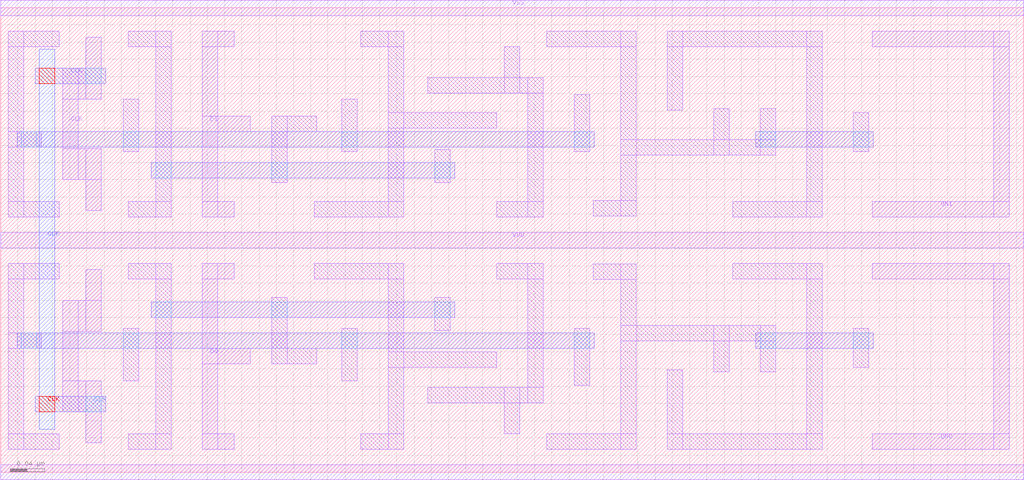
<source format=lef>
VERSION 5.8 ;
BUSBITCHARS "[]" ;
DIVIDERCHAR "/" ;

SITE asap7sc7p5t_pg
 CLASS CORE ;
 SIZE 0.054 BY 0.540 ;
 SYMMETRY X Y ;
END asap7sc7p5t_pg

MACRO DFFHQNV2Xx1_ASAP7_75t_L_bottom
  CLASS CORE ;
  ORIGIN 0 0 ;
  FOREIGN DFFHQNV2Xx1_ASAP7_75t_L_bottom 0 0 ;
  SIZE 1.08 BY 0.54 ;
  SYMMETRY X Y ;
  SITE asap7sc7p5t_pg ;
  PIN D0
    DIRECTION INPUT ;
    USE SIGNAL ;
    PORT
      LAYER M1 ;
        RECT 0.234 0.126 0.29 0.144 ;
        RECT 0.234 0.225 0.271 0.243 ;
        RECT 0.234 0.027 0.271 0.045 ;
        RECT 0.234 0.027 0.252 0.243 ;
    END
  END D0
  PIN D1
    DIRECTION INPUT ;
    USE SIGNAL ;
    PORT
      LAYER M1 ;
        RECT 0.234 0.396 0.29 0.414 ;
        RECT 0.234 0.495 0.271 0.513 ;
        RECT 0.234 0.297 0.271 0.315 ;
        RECT 0.234 0.297 0.252 0.513 ;
    END
  END D1
  PIN QN0
    DIRECTION OUTPUT ;
    USE SIGNAL ;
    PORT
      LAYER M1 ;
        RECT 1.012 0.225 1.062 0.243 ;
        RECT 1.044 0.027 1.062 0.243 ;
        RECT 1.012 0.027 1.062 0.045 ;
    END
  END QN0
  PIN QN1
    DIRECTION OUTPUT ;
    USE SIGNAL ;
    PORT
      LAYER M1 ;
        RECT 1.012 0.495 1.062 0.513 ;
        RECT 1.044 0.297 1.062 0.513 ;
        RECT 1.012 0.297 1.062 0.315 ;
    END
  END QN1
  PIN VDD
    DIRECTION INOUT ;
    USE POWER ;
    SHAPE ABUTMENT ;
    PORT
      LAYER M1 ;
        RECT 0 0.261 1.08 0.279 ;
    END
  END VDD
  PIN VSS
    DIRECTION INOUT ;
    USE GROUND ;
    SHAPE ABUTMENT ;
    PORT
      LAYER M1 ;
        RECT 0 -0.009 1.08 0.009 ;
        RECT 0 0.531 1.08 0.549 ;
    END
  END VSS
  PIN CLK
    DIRECTION INPUT ;
    USE CLOCK ;
    PORT
      LAYER M2 ;
        RECT 0.04 0.07 0.122 0.088 ;
        RECT 0.04 0.452 0.122 0.47 ;
      LAYER M3 ;
        RECT 0.045 0.05 0.063 0.492 ;
      LAYER M1 ;
        RECT 0.099 0.164 0.117 0.236 ;
        RECT 0.072 0.07 0.117 0.106 ;
        RECT 0.099 0.034 0.117 0.106 ;
        RECT 0.072 0.164 0.117 0.2 ;
        RECT 0.072 0.07 0.09 0.2 ;
        RECT 0.099 0.434 0.117 0.506 ;
        RECT 0.072 0.34 0.117 0.376 ;
        RECT 0.099 0.304 0.117 0.376 ;
        RECT 0.072 0.434 0.117 0.47 ;
        RECT 0.072 0.34 0.09 0.47 ;
      LAYER V2 ;
        RECT 0.045 0.452 0.063 0.47 ;
        RECT 0.045 0.07 0.063 0.088 ;
      LAYER V1 ;
        RECT 0.099 0.452 0.117 0.47 ;
        RECT 0.099 0.07 0.117 0.088 ;
    END
  END CLK
  OBS
    LAYER M1 ;
      RECT 0.85 0.225 0.954 0.243 ;
      RECT 0.936 0.027 0.954 0.243 ;
      RECT 0.774 0.027 0.792 0.119 ;
      RECT 0.774 0.027 0.954 0.045 ;
      RECT 0.774 0.495 0.954 0.513 ;
      RECT 0.936 0.297 0.954 0.513 ;
      RECT 0.774 0.421 0.792 0.513 ;
      RECT 0.85 0.297 0.954 0.315 ;
      RECT 0.688 0.224 0.738 0.242 ;
      RECT 0.72 0.027 0.738 0.242 ;
      RECT 0.72 0.153 0.9 0.171 ;
      RECT 0.882 0.117 0.9 0.171 ;
      RECT 0.828 0.117 0.846 0.171 ;
      RECT 0.634 0.027 0.738 0.045 ;
      RECT 0.634 0.495 0.738 0.513 ;
      RECT 0.72 0.298 0.738 0.513 ;
      RECT 0.882 0.369 0.9 0.423 ;
      RECT 0.828 0.369 0.846 0.423 ;
      RECT 0.72 0.369 0.9 0.387 ;
      RECT 0.688 0.298 0.738 0.316 ;
      RECT 0.576 0.225 0.63 0.243 ;
      RECT 0.612 0.081 0.63 0.243 ;
      RECT 0.496 0.081 0.63 0.099 ;
      RECT 0.585 0.045 0.603 0.099 ;
      RECT 0.585 0.441 0.603 0.495 ;
      RECT 0.496 0.441 0.63 0.459 ;
      RECT 0.612 0.297 0.63 0.459 ;
      RECT 0.576 0.297 0.63 0.315 ;
      RECT 0.364 0.225 0.468 0.243 ;
      RECT 0.45 0.027 0.468 0.243 ;
      RECT 0.45 0.122 0.576 0.14 ;
      RECT 0.418 0.027 0.468 0.045 ;
      RECT 0.418 0.495 0.468 0.513 ;
      RECT 0.45 0.297 0.468 0.513 ;
      RECT 0.45 0.4 0.576 0.418 ;
      RECT 0.364 0.297 0.468 0.315 ;
      RECT 0.315 0.126 0.333 0.203 ;
      RECT 0.315 0.126 0.367 0.144 ;
      RECT 0.315 0.396 0.367 0.414 ;
      RECT 0.315 0.337 0.333 0.414 ;
      RECT 0.148 0.225 0.198 0.243 ;
      RECT 0.18 0.027 0.198 0.243 ;
      RECT 0.148 0.027 0.198 0.045 ;
      RECT 0.148 0.495 0.198 0.513 ;
      RECT 0.18 0.297 0.198 0.513 ;
      RECT 0.148 0.297 0.198 0.315 ;
      RECT 0.009 0.225 0.068 0.243 ;
      RECT 0.009 0.027 0.027 0.243 ;
      RECT 0.009 0.144 0.047 0.162 ;
      RECT 0.009 0.027 0.068 0.045 ;
      RECT 0.009 0.495 0.068 0.513 ;
      RECT 0.009 0.297 0.027 0.513 ;
      RECT 0.009 0.378 0.047 0.396 ;
      RECT 0.009 0.297 0.068 0.315 ;
      RECT 0.99 0.09 1.008 0.167 ;
      RECT 0.99 0.373 1.008 0.45 ;
      RECT 0.666 0.101 0.684 0.167 ;
      RECT 0.666 0.373 0.684 0.439 ;
      RECT 0.504 0.165 0.522 0.203 ;
      RECT 0.504 0.337 0.522 0.375 ;
      RECT 0.396 0.106 0.414 0.167 ;
      RECT 0.396 0.373 0.414 0.434 ;
      RECT 0.142 0.106 0.16 0.167 ;
      RECT 0.142 0.373 0.16 0.434 ;
    LAYER M2 ;
      RECT 0.877 0.144 1.013 0.162 ;
      RECT 0.877 0.378 1.013 0.396 ;
      RECT 0.019 0.144 0.689 0.162 ;
      RECT 0.019 0.378 0.689 0.396 ;
      RECT 0.175 0.18 0.527 0.198 ;
      RECT 0.175 0.342 0.527 0.36 ;
    LAYER V1 ;
      RECT 0.99 0.144 1.008 0.162 ;
      RECT 0.99 0.378 1.008 0.396 ;
      RECT 0.882 0.144 0.9 0.162 ;
      RECT 0.882 0.378 0.9 0.396 ;
      RECT 0.666 0.144 0.684 0.162 ;
      RECT 0.666 0.378 0.684 0.396 ;
      RECT 0.504 0.18 0.522 0.198 ;
      RECT 0.504 0.342 0.522 0.36 ;
      RECT 0.396 0.144 0.414 0.162 ;
      RECT 0.396 0.378 0.414 0.396 ;
      RECT 0.315 0.18 0.333 0.198 ;
      RECT 0.315 0.342 0.333 0.36 ;
      RECT 0.18 0.18 0.198 0.198 ;
      RECT 0.18 0.342 0.198 0.36 ;
      RECT 0.142 0.144 0.16 0.162 ;
      RECT 0.142 0.378 0.16 0.396 ;
      RECT 0.024 0.144 0.042 0.162 ;
      RECT 0.024 0.378 0.042 0.396 ;
  END
END DFFHQNV2Xx1_ASAP7_75t_L_bottom

MACRO DFFHQNV2Xx1_ASAP7_75t_R_bottom
  CLASS CORE ;
  ORIGIN 0 0 ;
  FOREIGN DFFHQNV2Xx1_ASAP7_75t_R_bottom 0 0 ;
  SIZE 1.08 BY 0.54 ;
  SYMMETRY X Y ;
  SITE asap7sc7p5t_pg ;
  PIN D0
    DIRECTION INPUT ;
    USE SIGNAL ;
    PORT
      LAYER M1 ;
        RECT 0.234 0.126 0.29 0.144 ;
        RECT 0.234 0.225 0.271 0.243 ;
        RECT 0.234 0.027 0.271 0.045 ;
        RECT 0.234 0.027 0.252 0.243 ;
    END
  END D0
  PIN D1
    DIRECTION INPUT ;
    USE SIGNAL ;
    PORT
      LAYER M1 ;
        RECT 0.234 0.396 0.29 0.414 ;
        RECT 0.234 0.495 0.271 0.513 ;
        RECT 0.234 0.297 0.271 0.315 ;
        RECT 0.234 0.297 0.252 0.513 ;
    END
  END D1
  PIN QN0
    DIRECTION OUTPUT ;
    USE SIGNAL ;
    PORT
      LAYER M1 ;
        RECT 1.012 0.225 1.062 0.243 ;
        RECT 1.044 0.027 1.062 0.243 ;
        RECT 1.012 0.027 1.062 0.045 ;
    END
  END QN0
  PIN QN1
    DIRECTION OUTPUT ;
    USE SIGNAL ;
    PORT
      LAYER M1 ;
        RECT 1.012 0.495 1.062 0.513 ;
        RECT 1.044 0.297 1.062 0.513 ;
        RECT 1.012 0.297 1.062 0.315 ;
    END
  END QN1
  PIN VDD
    DIRECTION INOUT ;
    USE POWER ;
    SHAPE ABUTMENT ;
    PORT
      LAYER M1 ;
        RECT 0 0.261 1.08 0.279 ;
    END
  END VDD
  PIN VSS
    DIRECTION INOUT ;
    USE GROUND ;
    SHAPE ABUTMENT ;
    PORT
      LAYER M1 ;
        RECT 0 -0.009 1.08 0.009 ;
        RECT 0 0.531 1.08 0.549 ;
    END
  END VSS
  PIN CLK
    DIRECTION INPUT ;
    USE CLOCK ;
    PORT
      LAYER M2 ;
        RECT 0.04 0.07 0.122 0.088 ;
        RECT 0.04 0.452 0.122 0.47 ;
      LAYER M3 ;
        RECT 0.045 0.05 0.063 0.492 ;
      LAYER M1 ;
        RECT 0.099 0.164 0.117 0.236 ;
        RECT 0.072 0.07 0.117 0.106 ;
        RECT 0.099 0.034 0.117 0.106 ;
        RECT 0.072 0.164 0.117 0.2 ;
        RECT 0.072 0.07 0.09 0.2 ;
        RECT 0.099 0.434 0.117 0.506 ;
        RECT 0.072 0.34 0.117 0.376 ;
        RECT 0.099 0.304 0.117 0.376 ;
        RECT 0.072 0.434 0.117 0.47 ;
        RECT 0.072 0.34 0.09 0.47 ;
      LAYER V2 ;
        RECT 0.045 0.452 0.063 0.47 ;
        RECT 0.045 0.07 0.063 0.088 ;
      LAYER V1 ;
        RECT 0.099 0.452 0.117 0.47 ;
        RECT 0.099 0.07 0.117 0.088 ;
    END
  END CLK
  OBS
    LAYER M1 ;
      RECT 0.85 0.225 0.954 0.243 ;
      RECT 0.936 0.027 0.954 0.243 ;
      RECT 0.774 0.027 0.792 0.119 ;
      RECT 0.774 0.027 0.954 0.045 ;
      RECT 0.774 0.495 0.954 0.513 ;
      RECT 0.936 0.297 0.954 0.513 ;
      RECT 0.774 0.421 0.792 0.513 ;
      RECT 0.85 0.297 0.954 0.315 ;
      RECT 0.688 0.224 0.738 0.242 ;
      RECT 0.72 0.027 0.738 0.242 ;
      RECT 0.72 0.153 0.9 0.171 ;
      RECT 0.882 0.117 0.9 0.171 ;
      RECT 0.828 0.117 0.846 0.171 ;
      RECT 0.634 0.027 0.738 0.045 ;
      RECT 0.634 0.495 0.738 0.513 ;
      RECT 0.72 0.298 0.738 0.513 ;
      RECT 0.882 0.369 0.9 0.423 ;
      RECT 0.828 0.369 0.846 0.423 ;
      RECT 0.72 0.369 0.9 0.387 ;
      RECT 0.688 0.298 0.738 0.316 ;
      RECT 0.576 0.225 0.63 0.243 ;
      RECT 0.612 0.081 0.63 0.243 ;
      RECT 0.496 0.081 0.63 0.099 ;
      RECT 0.585 0.045 0.603 0.099 ;
      RECT 0.585 0.441 0.603 0.495 ;
      RECT 0.496 0.441 0.63 0.459 ;
      RECT 0.612 0.297 0.63 0.459 ;
      RECT 0.576 0.297 0.63 0.315 ;
      RECT 0.364 0.225 0.468 0.243 ;
      RECT 0.45 0.027 0.468 0.243 ;
      RECT 0.45 0.122 0.576 0.14 ;
      RECT 0.418 0.027 0.468 0.045 ;
      RECT 0.418 0.495 0.468 0.513 ;
      RECT 0.45 0.297 0.468 0.513 ;
      RECT 0.45 0.4 0.576 0.418 ;
      RECT 0.364 0.297 0.468 0.315 ;
      RECT 0.315 0.126 0.333 0.203 ;
      RECT 0.315 0.126 0.367 0.144 ;
      RECT 0.315 0.396 0.367 0.414 ;
      RECT 0.315 0.337 0.333 0.414 ;
      RECT 0.148 0.225 0.198 0.243 ;
      RECT 0.18 0.027 0.198 0.243 ;
      RECT 0.148 0.027 0.198 0.045 ;
      RECT 0.148 0.495 0.198 0.513 ;
      RECT 0.18 0.297 0.198 0.513 ;
      RECT 0.148 0.297 0.198 0.315 ;
      RECT 0.009 0.225 0.068 0.243 ;
      RECT 0.009 0.027 0.027 0.243 ;
      RECT 0.009 0.144 0.047 0.162 ;
      RECT 0.009 0.027 0.068 0.045 ;
      RECT 0.009 0.495 0.068 0.513 ;
      RECT 0.009 0.297 0.027 0.513 ;
      RECT 0.009 0.378 0.047 0.396 ;
      RECT 0.009 0.297 0.068 0.315 ;
      RECT 0.99 0.09 1.008 0.167 ;
      RECT 0.99 0.373 1.008 0.45 ;
      RECT 0.666 0.101 0.684 0.167 ;
      RECT 0.666 0.373 0.684 0.439 ;
      RECT 0.504 0.165 0.522 0.203 ;
      RECT 0.504 0.337 0.522 0.375 ;
      RECT 0.396 0.106 0.414 0.167 ;
      RECT 0.396 0.373 0.414 0.434 ;
      RECT 0.142 0.106 0.16 0.167 ;
      RECT 0.142 0.373 0.16 0.434 ;
    LAYER M2 ;
      RECT 0.877 0.144 1.013 0.162 ;
      RECT 0.877 0.378 1.013 0.396 ;
      RECT 0.019 0.144 0.689 0.162 ;
      RECT 0.019 0.378 0.689 0.396 ;
      RECT 0.175 0.18 0.527 0.198 ;
      RECT 0.175 0.342 0.527 0.36 ;
    LAYER V1 ;
      RECT 0.99 0.144 1.008 0.162 ;
      RECT 0.99 0.378 1.008 0.396 ;
      RECT 0.882 0.144 0.9 0.162 ;
      RECT 0.882 0.378 0.9 0.396 ;
      RECT 0.666 0.144 0.684 0.162 ;
      RECT 0.666 0.378 0.684 0.396 ;
      RECT 0.504 0.18 0.522 0.198 ;
      RECT 0.504 0.342 0.522 0.36 ;
      RECT 0.396 0.144 0.414 0.162 ;
      RECT 0.396 0.378 0.414 0.396 ;
      RECT 0.315 0.18 0.333 0.198 ;
      RECT 0.315 0.342 0.333 0.36 ;
      RECT 0.18 0.18 0.198 0.198 ;
      RECT 0.18 0.342 0.198 0.36 ;
      RECT 0.142 0.144 0.16 0.162 ;
      RECT 0.142 0.378 0.16 0.396 ;
      RECT 0.024 0.144 0.042 0.162 ;
      RECT 0.024 0.378 0.042 0.396 ;
  END
END DFFHQNV2Xx1_ASAP7_75t_R_bottom

MACRO DFFHQNV2Xx1_ASAP7_75t_SL_bottom
  CLASS CORE ;
  ORIGIN 0 0 ;
  FOREIGN DFFHQNV2Xx1_ASAP7_75t_SL_bottom 0 0 ;
  SIZE 1.08 BY 0.54 ;
  SYMMETRY X Y ;
  SITE asap7sc7p5t_pg ;
  PIN D0
    DIRECTION INPUT ;
    USE SIGNAL ;
    PORT
      LAYER M1 ;
        RECT 0.234 0.126 0.29 0.144 ;
        RECT 0.234 0.225 0.271 0.243 ;
        RECT 0.234 0.027 0.271 0.045 ;
        RECT 0.234 0.027 0.252 0.243 ;
    END
  END D0
  PIN D1
    DIRECTION INPUT ;
    USE SIGNAL ;
    PORT
      LAYER M1 ;
        RECT 0.234 0.396 0.29 0.414 ;
        RECT 0.234 0.495 0.271 0.513 ;
        RECT 0.234 0.297 0.271 0.315 ;
        RECT 0.234 0.297 0.252 0.513 ;
    END
  END D1
  PIN QN0
    DIRECTION OUTPUT ;
    USE SIGNAL ;
    PORT
      LAYER M1 ;
        RECT 1.012 0.225 1.062 0.243 ;
        RECT 1.044 0.027 1.062 0.243 ;
        RECT 1.012 0.027 1.062 0.045 ;
    END
  END QN0
  PIN QN1
    DIRECTION OUTPUT ;
    USE SIGNAL ;
    PORT
      LAYER M1 ;
        RECT 1.012 0.495 1.062 0.513 ;
        RECT 1.044 0.297 1.062 0.513 ;
        RECT 1.012 0.297 1.062 0.315 ;
    END
  END QN1
  PIN VDD
    DIRECTION INOUT ;
    USE POWER ;
    SHAPE ABUTMENT ;
    PORT
      LAYER M1 ;
        RECT 0 0.261 1.08 0.279 ;
    END
  END VDD
  PIN VSS
    DIRECTION INOUT ;
    USE GROUND ;
    SHAPE ABUTMENT ;
    PORT
      LAYER M1 ;
        RECT 0 -0.009 1.08 0.009 ;
        RECT 0 0.531 1.08 0.549 ;
    END
  END VSS
  PIN CLK
    DIRECTION INPUT ;
    USE CLOCK ;
    PORT
      LAYER M2 ;
        RECT 0.04 0.07 0.122 0.088 ;
        RECT 0.04 0.452 0.122 0.47 ;
      LAYER M3 ;
        RECT 0.045 0.05 0.063 0.492 ;
      LAYER M1 ;
        RECT 0.099 0.164 0.117 0.236 ;
        RECT 0.072 0.07 0.117 0.106 ;
        RECT 0.099 0.034 0.117 0.106 ;
        RECT 0.072 0.164 0.117 0.2 ;
        RECT 0.072 0.07 0.09 0.2 ;
        RECT 0.099 0.434 0.117 0.506 ;
        RECT 0.072 0.34 0.117 0.376 ;
        RECT 0.099 0.304 0.117 0.376 ;
        RECT 0.072 0.434 0.117 0.47 ;
        RECT 0.072 0.34 0.09 0.47 ;
      LAYER V2 ;
        RECT 0.045 0.452 0.063 0.47 ;
        RECT 0.045 0.07 0.063 0.088 ;
      LAYER V1 ;
        RECT 0.099 0.452 0.117 0.47 ;
        RECT 0.099 0.07 0.117 0.088 ;
    END
  END CLK
  OBS
    LAYER M1 ;
      RECT 0.85 0.225 0.954 0.243 ;
      RECT 0.936 0.027 0.954 0.243 ;
      RECT 0.774 0.027 0.792 0.119 ;
      RECT 0.774 0.027 0.954 0.045 ;
      RECT 0.774 0.495 0.954 0.513 ;
      RECT 0.936 0.297 0.954 0.513 ;
      RECT 0.774 0.421 0.792 0.513 ;
      RECT 0.85 0.297 0.954 0.315 ;
      RECT 0.688 0.224 0.738 0.242 ;
      RECT 0.72 0.027 0.738 0.242 ;
      RECT 0.72 0.153 0.9 0.171 ;
      RECT 0.882 0.117 0.9 0.171 ;
      RECT 0.828 0.117 0.846 0.171 ;
      RECT 0.634 0.027 0.738 0.045 ;
      RECT 0.634 0.495 0.738 0.513 ;
      RECT 0.72 0.298 0.738 0.513 ;
      RECT 0.882 0.369 0.9 0.423 ;
      RECT 0.828 0.369 0.846 0.423 ;
      RECT 0.72 0.369 0.9 0.387 ;
      RECT 0.688 0.298 0.738 0.316 ;
      RECT 0.576 0.225 0.63 0.243 ;
      RECT 0.612 0.081 0.63 0.243 ;
      RECT 0.496 0.081 0.63 0.099 ;
      RECT 0.585 0.045 0.603 0.099 ;
      RECT 0.585 0.441 0.603 0.495 ;
      RECT 0.496 0.441 0.63 0.459 ;
      RECT 0.612 0.297 0.63 0.459 ;
      RECT 0.576 0.297 0.63 0.315 ;
      RECT 0.364 0.225 0.468 0.243 ;
      RECT 0.45 0.027 0.468 0.243 ;
      RECT 0.45 0.122 0.576 0.14 ;
      RECT 0.418 0.027 0.468 0.045 ;
      RECT 0.418 0.495 0.468 0.513 ;
      RECT 0.45 0.297 0.468 0.513 ;
      RECT 0.45 0.4 0.576 0.418 ;
      RECT 0.364 0.297 0.468 0.315 ;
      RECT 0.315 0.126 0.333 0.203 ;
      RECT 0.315 0.126 0.367 0.144 ;
      RECT 0.315 0.396 0.367 0.414 ;
      RECT 0.315 0.337 0.333 0.414 ;
      RECT 0.148 0.225 0.198 0.243 ;
      RECT 0.18 0.027 0.198 0.243 ;
      RECT 0.148 0.027 0.198 0.045 ;
      RECT 0.148 0.495 0.198 0.513 ;
      RECT 0.18 0.297 0.198 0.513 ;
      RECT 0.148 0.297 0.198 0.315 ;
      RECT 0.009 0.225 0.068 0.243 ;
      RECT 0.009 0.027 0.027 0.243 ;
      RECT 0.009 0.144 0.047 0.162 ;
      RECT 0.009 0.027 0.068 0.045 ;
      RECT 0.009 0.495 0.068 0.513 ;
      RECT 0.009 0.297 0.027 0.513 ;
      RECT 0.009 0.378 0.047 0.396 ;
      RECT 0.009 0.297 0.068 0.315 ;
      RECT 0.99 0.09 1.008 0.167 ;
      RECT 0.99 0.373 1.008 0.45 ;
      RECT 0.666 0.101 0.684 0.167 ;
      RECT 0.666 0.373 0.684 0.439 ;
      RECT 0.504 0.165 0.522 0.203 ;
      RECT 0.504 0.337 0.522 0.375 ;
      RECT 0.396 0.106 0.414 0.167 ;
      RECT 0.396 0.373 0.414 0.434 ;
      RECT 0.142 0.106 0.16 0.167 ;
      RECT 0.142 0.373 0.16 0.434 ;
    LAYER M2 ;
      RECT 0.877 0.144 1.013 0.162 ;
      RECT 0.877 0.378 1.013 0.396 ;
      RECT 0.019 0.144 0.689 0.162 ;
      RECT 0.019 0.378 0.689 0.396 ;
      RECT 0.175 0.18 0.527 0.198 ;
      RECT 0.175 0.342 0.527 0.36 ;
    LAYER V1 ;
      RECT 0.99 0.144 1.008 0.162 ;
      RECT 0.99 0.378 1.008 0.396 ;
      RECT 0.882 0.144 0.9 0.162 ;
      RECT 0.882 0.378 0.9 0.396 ;
      RECT 0.666 0.144 0.684 0.162 ;
      RECT 0.666 0.378 0.684 0.396 ;
      RECT 0.504 0.18 0.522 0.198 ;
      RECT 0.504 0.342 0.522 0.36 ;
      RECT 0.396 0.144 0.414 0.162 ;
      RECT 0.396 0.378 0.414 0.396 ;
      RECT 0.315 0.18 0.333 0.198 ;
      RECT 0.315 0.342 0.333 0.36 ;
      RECT 0.18 0.18 0.198 0.198 ;
      RECT 0.18 0.342 0.198 0.36 ;
      RECT 0.142 0.144 0.16 0.162 ;
      RECT 0.142 0.378 0.16 0.396 ;
      RECT 0.024 0.144 0.042 0.162 ;
      RECT 0.024 0.378 0.042 0.396 ;
  END
END DFFHQNV2Xx1_ASAP7_75t_SL_bottom

MACRO DFFHQNV2Xx2_ASAP7_75t_L_bottom
  CLASS CORE ;
  ORIGIN 0 0 ;
  FOREIGN DFFHQNV2Xx2_ASAP7_75t_L_bottom 0 0 ;
  SIZE 1.134 BY 0.54 ;
  SYMMETRY X Y ;
  SITE asap7sc7p5t_pg ;
  PIN D0
    DIRECTION INPUT ;
    USE SIGNAL ;
    PORT
      LAYER M1 ;
        RECT 0.234 0.126 0.29 0.144 ;
        RECT 0.234 0.225 0.271 0.243 ;
        RECT 0.234 0.027 0.271 0.045 ;
        RECT 0.234 0.027 0.252 0.243 ;
    END
  END D0
  PIN D1
    DIRECTION INPUT ;
    USE SIGNAL ;
    PORT
      LAYER M1 ;
        RECT 0.234 0.396 0.29 0.414 ;
        RECT 0.234 0.495 0.271 0.513 ;
        RECT 0.234 0.297 0.271 0.315 ;
        RECT 0.234 0.297 0.252 0.513 ;
    END
  END D1
  PIN QN0
    DIRECTION OUTPUT ;
    USE SIGNAL ;
    PORT
      LAYER M1 ;
        RECT 1.012 0.216 1.117 0.234 ;
        RECT 1.099 0.036 1.117 0.234 ;
        RECT 1.012 0.036 1.117 0.054 ;
    END
  END QN0
  PIN QN1
    DIRECTION OUTPUT ;
    USE SIGNAL ;
    PORT
      LAYER M1 ;
        RECT 1.012 0.486 1.117 0.504 ;
        RECT 1.099 0.306 1.117 0.504 ;
        RECT 1.012 0.306 1.117 0.324 ;
    END
  END QN1
  PIN VDD
    DIRECTION INOUT ;
    USE POWER ;
    SHAPE ABUTMENT ;
    PORT
      LAYER M1 ;
        RECT 0 0.261 1.134 0.279 ;
    END
  END VDD
  PIN VSS
    DIRECTION INOUT ;
    USE GROUND ;
    SHAPE ABUTMENT ;
    PORT
      LAYER M1 ;
        RECT 0 -0.009 1.134 0.009 ;
        RECT 0 0.531 1.134 0.549 ;
    END
  END VSS
  PIN CLK
    DIRECTION INPUT ;
    USE CLOCK ;
    PORT
      LAYER M2 ;
        RECT 0.04 0.07 0.122 0.088 ;
        RECT 0.04 0.452 0.122 0.47 ;
      LAYER M3 ;
        RECT 0.045 0.05 0.063 0.492 ;
      LAYER M1 ;
        RECT 0.099 0.164 0.117 0.236 ;
        RECT 0.072 0.07 0.117 0.106 ;
        RECT 0.099 0.034 0.117 0.106 ;
        RECT 0.072 0.164 0.117 0.2 ;
        RECT 0.072 0.07 0.09 0.2 ;
        RECT 0.099 0.434 0.117 0.506 ;
        RECT 0.072 0.34 0.117 0.376 ;
        RECT 0.099 0.304 0.117 0.376 ;
        RECT 0.072 0.434 0.117 0.47 ;
        RECT 0.072 0.34 0.09 0.47 ;
      LAYER V2 ;
        RECT 0.045 0.452 0.063 0.47 ;
        RECT 0.045 0.07 0.063 0.088 ;
      LAYER V1 ;
        RECT 0.099 0.452 0.117 0.47 ;
        RECT 0.099 0.07 0.117 0.088 ;
    END
  END CLK
  OBS
    LAYER M1 ;
      RECT 0.85 0.225 0.954 0.243 ;
      RECT 0.936 0.027 0.954 0.243 ;
      RECT 0.774 0.027 0.792 0.119 ;
      RECT 0.774 0.027 0.954 0.045 ;
      RECT 0.774 0.495 0.954 0.513 ;
      RECT 0.936 0.297 0.954 0.513 ;
      RECT 0.774 0.421 0.792 0.513 ;
      RECT 0.85 0.297 0.954 0.315 ;
      RECT 0.688 0.224 0.738 0.242 ;
      RECT 0.72 0.027 0.738 0.242 ;
      RECT 0.72 0.153 0.9 0.171 ;
      RECT 0.882 0.117 0.9 0.171 ;
      RECT 0.828 0.117 0.846 0.171 ;
      RECT 0.634 0.027 0.738 0.045 ;
      RECT 0.634 0.495 0.738 0.513 ;
      RECT 0.72 0.298 0.738 0.513 ;
      RECT 0.882 0.369 0.9 0.423 ;
      RECT 0.828 0.369 0.846 0.423 ;
      RECT 0.72 0.369 0.9 0.387 ;
      RECT 0.688 0.298 0.738 0.316 ;
      RECT 0.576 0.225 0.63 0.243 ;
      RECT 0.612 0.081 0.63 0.243 ;
      RECT 0.496 0.081 0.63 0.099 ;
      RECT 0.585 0.045 0.603 0.099 ;
      RECT 0.585 0.441 0.603 0.495 ;
      RECT 0.496 0.441 0.63 0.459 ;
      RECT 0.612 0.297 0.63 0.459 ;
      RECT 0.576 0.297 0.63 0.315 ;
      RECT 0.364 0.225 0.468 0.243 ;
      RECT 0.45 0.027 0.468 0.243 ;
      RECT 0.45 0.122 0.576 0.14 ;
      RECT 0.418 0.027 0.468 0.045 ;
      RECT 0.418 0.495 0.468 0.513 ;
      RECT 0.45 0.297 0.468 0.513 ;
      RECT 0.45 0.4 0.576 0.418 ;
      RECT 0.364 0.297 0.468 0.315 ;
      RECT 0.315 0.126 0.333 0.203 ;
      RECT 0.315 0.126 0.367 0.144 ;
      RECT 0.315 0.396 0.367 0.414 ;
      RECT 0.315 0.337 0.333 0.414 ;
      RECT 0.148 0.225 0.198 0.243 ;
      RECT 0.18 0.027 0.198 0.243 ;
      RECT 0.148 0.027 0.198 0.045 ;
      RECT 0.148 0.495 0.198 0.513 ;
      RECT 0.18 0.297 0.198 0.513 ;
      RECT 0.148 0.297 0.198 0.315 ;
      RECT 0.009 0.225 0.068 0.243 ;
      RECT 0.009 0.027 0.027 0.243 ;
      RECT 0.009 0.144 0.047 0.162 ;
      RECT 0.009 0.027 0.068 0.045 ;
      RECT 0.009 0.495 0.068 0.513 ;
      RECT 0.009 0.297 0.027 0.513 ;
      RECT 0.009 0.378 0.047 0.396 ;
      RECT 0.009 0.297 0.068 0.315 ;
      RECT 0.99 0.09 1.008 0.167 ;
      RECT 0.99 0.373 1.008 0.45 ;
      RECT 0.666 0.101 0.684 0.167 ;
      RECT 0.666 0.373 0.684 0.439 ;
      RECT 0.504 0.165 0.522 0.203 ;
      RECT 0.504 0.337 0.522 0.375 ;
      RECT 0.396 0.106 0.414 0.167 ;
      RECT 0.396 0.373 0.414 0.434 ;
      RECT 0.142 0.106 0.16 0.167 ;
      RECT 0.142 0.373 0.16 0.434 ;
    LAYER M2 ;
      RECT 0.877 0.144 1.013 0.162 ;
      RECT 0.877 0.378 1.013 0.396 ;
      RECT 0.019 0.144 0.689 0.162 ;
      RECT 0.019 0.378 0.689 0.396 ;
      RECT 0.175 0.18 0.527 0.198 ;
      RECT 0.175 0.342 0.527 0.36 ;
    LAYER V1 ;
      RECT 0.99 0.144 1.008 0.162 ;
      RECT 0.99 0.378 1.008 0.396 ;
      RECT 0.882 0.144 0.9 0.162 ;
      RECT 0.882 0.378 0.9 0.396 ;
      RECT 0.666 0.144 0.684 0.162 ;
      RECT 0.666 0.378 0.684 0.396 ;
      RECT 0.504 0.18 0.522 0.198 ;
      RECT 0.504 0.342 0.522 0.36 ;
      RECT 0.396 0.144 0.414 0.162 ;
      RECT 0.396 0.378 0.414 0.396 ;
      RECT 0.315 0.18 0.333 0.198 ;
      RECT 0.315 0.342 0.333 0.36 ;
      RECT 0.18 0.18 0.198 0.198 ;
      RECT 0.18 0.342 0.198 0.36 ;
      RECT 0.142 0.144 0.16 0.162 ;
      RECT 0.142 0.378 0.16 0.396 ;
      RECT 0.024 0.144 0.042 0.162 ;
      RECT 0.024 0.378 0.042 0.396 ;
  END
END DFFHQNV2Xx2_ASAP7_75t_L_bottom

MACRO DFFHQNV2Xx2_ASAP7_75t_R_bottom
  CLASS CORE ;
  ORIGIN 0 0 ;
  FOREIGN DFFHQNV2Xx2_ASAP7_75t_R_bottom 0 0 ;
  SIZE 1.134 BY 0.54 ;
  SYMMETRY X Y ;
  SITE asap7sc7p5t_pg ;
  PIN D0
    DIRECTION INPUT ;
    USE SIGNAL ;
    PORT
      LAYER M1 ;
        RECT 0.234 0.126 0.29 0.144 ;
        RECT 0.234 0.225 0.271 0.243 ;
        RECT 0.234 0.027 0.271 0.045 ;
        RECT 0.234 0.027 0.252 0.243 ;
    END
  END D0
  PIN D1
    DIRECTION INPUT ;
    USE SIGNAL ;
    PORT
      LAYER M1 ;
        RECT 0.234 0.396 0.29 0.414 ;
        RECT 0.234 0.495 0.271 0.513 ;
        RECT 0.234 0.297 0.271 0.315 ;
        RECT 0.234 0.297 0.252 0.513 ;
    END
  END D1
  PIN QN0
    DIRECTION OUTPUT ;
    USE SIGNAL ;
    PORT
      LAYER M1 ;
        RECT 1.012 0.216 1.117 0.234 ;
        RECT 1.099 0.036 1.117 0.234 ;
        RECT 1.012 0.036 1.117 0.054 ;
    END
  END QN0
  PIN QN1
    DIRECTION OUTPUT ;
    USE SIGNAL ;
    PORT
      LAYER M1 ;
        RECT 1.012 0.486 1.117 0.504 ;
        RECT 1.099 0.306 1.117 0.504 ;
        RECT 1.012 0.306 1.117 0.324 ;
    END
  END QN1
  PIN VDD
    DIRECTION INOUT ;
    USE POWER ;
    SHAPE ABUTMENT ;
    PORT
      LAYER M1 ;
        RECT 0 0.261 1.134 0.279 ;
    END
  END VDD
  PIN VSS
    DIRECTION INOUT ;
    USE GROUND ;
    SHAPE ABUTMENT ;
    PORT
      LAYER M1 ;
        RECT 0 -0.009 1.134 0.009 ;
        RECT 0 0.531 1.134 0.549 ;
    END
  END VSS
  PIN CLK
    DIRECTION INPUT ;
    USE CLOCK ;
    PORT
      LAYER M2 ;
        RECT 0.04 0.07 0.122 0.088 ;
        RECT 0.04 0.452 0.122 0.47 ;
      LAYER M3 ;
        RECT 0.045 0.05 0.063 0.492 ;
      LAYER M1 ;
        RECT 0.099 0.164 0.117 0.236 ;
        RECT 0.072 0.07 0.117 0.106 ;
        RECT 0.099 0.034 0.117 0.106 ;
        RECT 0.072 0.164 0.117 0.2 ;
        RECT 0.072 0.07 0.09 0.2 ;
        RECT 0.099 0.434 0.117 0.506 ;
        RECT 0.072 0.34 0.117 0.376 ;
        RECT 0.099 0.304 0.117 0.376 ;
        RECT 0.072 0.434 0.117 0.47 ;
        RECT 0.072 0.34 0.09 0.47 ;
      LAYER V2 ;
        RECT 0.045 0.452 0.063 0.47 ;
        RECT 0.045 0.07 0.063 0.088 ;
      LAYER V1 ;
        RECT 0.099 0.452 0.117 0.47 ;
        RECT 0.099 0.07 0.117 0.088 ;
    END
  END CLK
  OBS
    LAYER M1 ;
      RECT 0.85 0.225 0.954 0.243 ;
      RECT 0.936 0.027 0.954 0.243 ;
      RECT 0.774 0.027 0.792 0.119 ;
      RECT 0.774 0.027 0.954 0.045 ;
      RECT 0.774 0.495 0.954 0.513 ;
      RECT 0.936 0.297 0.954 0.513 ;
      RECT 0.774 0.421 0.792 0.513 ;
      RECT 0.85 0.297 0.954 0.315 ;
      RECT 0.688 0.224 0.738 0.242 ;
      RECT 0.72 0.027 0.738 0.242 ;
      RECT 0.72 0.153 0.9 0.171 ;
      RECT 0.882 0.117 0.9 0.171 ;
      RECT 0.828 0.117 0.846 0.171 ;
      RECT 0.634 0.027 0.738 0.045 ;
      RECT 0.634 0.495 0.738 0.513 ;
      RECT 0.72 0.298 0.738 0.513 ;
      RECT 0.882 0.369 0.9 0.423 ;
      RECT 0.828 0.369 0.846 0.423 ;
      RECT 0.72 0.369 0.9 0.387 ;
      RECT 0.688 0.298 0.738 0.316 ;
      RECT 0.576 0.225 0.63 0.243 ;
      RECT 0.612 0.081 0.63 0.243 ;
      RECT 0.496 0.081 0.63 0.099 ;
      RECT 0.585 0.045 0.603 0.099 ;
      RECT 0.585 0.441 0.603 0.495 ;
      RECT 0.496 0.441 0.63 0.459 ;
      RECT 0.612 0.297 0.63 0.459 ;
      RECT 0.576 0.297 0.63 0.315 ;
      RECT 0.364 0.225 0.468 0.243 ;
      RECT 0.45 0.027 0.468 0.243 ;
      RECT 0.45 0.122 0.576 0.14 ;
      RECT 0.418 0.027 0.468 0.045 ;
      RECT 0.418 0.495 0.468 0.513 ;
      RECT 0.45 0.297 0.468 0.513 ;
      RECT 0.45 0.4 0.576 0.418 ;
      RECT 0.364 0.297 0.468 0.315 ;
      RECT 0.315 0.126 0.333 0.203 ;
      RECT 0.315 0.126 0.367 0.144 ;
      RECT 0.315 0.396 0.367 0.414 ;
      RECT 0.315 0.337 0.333 0.414 ;
      RECT 0.148 0.225 0.198 0.243 ;
      RECT 0.18 0.027 0.198 0.243 ;
      RECT 0.148 0.027 0.198 0.045 ;
      RECT 0.148 0.495 0.198 0.513 ;
      RECT 0.18 0.297 0.198 0.513 ;
      RECT 0.148 0.297 0.198 0.315 ;
      RECT 0.009 0.225 0.068 0.243 ;
      RECT 0.009 0.027 0.027 0.243 ;
      RECT 0.009 0.144 0.047 0.162 ;
      RECT 0.009 0.027 0.068 0.045 ;
      RECT 0.009 0.495 0.068 0.513 ;
      RECT 0.009 0.297 0.027 0.513 ;
      RECT 0.009 0.378 0.047 0.396 ;
      RECT 0.009 0.297 0.068 0.315 ;
      RECT 0.99 0.09 1.008 0.167 ;
      RECT 0.99 0.373 1.008 0.45 ;
      RECT 0.666 0.101 0.684 0.167 ;
      RECT 0.666 0.373 0.684 0.439 ;
      RECT 0.504 0.165 0.522 0.203 ;
      RECT 0.504 0.337 0.522 0.375 ;
      RECT 0.396 0.106 0.414 0.167 ;
      RECT 0.396 0.373 0.414 0.434 ;
      RECT 0.142 0.106 0.16 0.167 ;
      RECT 0.142 0.373 0.16 0.434 ;
    LAYER M2 ;
      RECT 0.877 0.144 1.013 0.162 ;
      RECT 0.877 0.378 1.013 0.396 ;
      RECT 0.019 0.144 0.689 0.162 ;
      RECT 0.019 0.378 0.689 0.396 ;
      RECT 0.175 0.18 0.527 0.198 ;
      RECT 0.175 0.342 0.527 0.36 ;
    LAYER V1 ;
      RECT 0.99 0.144 1.008 0.162 ;
      RECT 0.99 0.378 1.008 0.396 ;
      RECT 0.882 0.144 0.9 0.162 ;
      RECT 0.882 0.378 0.9 0.396 ;
      RECT 0.666 0.144 0.684 0.162 ;
      RECT 0.666 0.378 0.684 0.396 ;
      RECT 0.504 0.18 0.522 0.198 ;
      RECT 0.504 0.342 0.522 0.36 ;
      RECT 0.396 0.144 0.414 0.162 ;
      RECT 0.396 0.378 0.414 0.396 ;
      RECT 0.315 0.18 0.333 0.198 ;
      RECT 0.315 0.342 0.333 0.36 ;
      RECT 0.18 0.18 0.198 0.198 ;
      RECT 0.18 0.342 0.198 0.36 ;
      RECT 0.142 0.144 0.16 0.162 ;
      RECT 0.142 0.378 0.16 0.396 ;
      RECT 0.024 0.144 0.042 0.162 ;
      RECT 0.024 0.378 0.042 0.396 ;
  END
END DFFHQNV2Xx2_ASAP7_75t_R_bottom

MACRO DFFHQNV2Xx2_ASAP7_75t_SL_bottom
  CLASS CORE ;
  ORIGIN 0 0 ;
  FOREIGN DFFHQNV2Xx2_ASAP7_75t_SL_bottom 0 0 ;
  SIZE 1.134 BY 0.54 ;
  SYMMETRY X Y ;
  SITE asap7sc7p5t_pg ;
  PIN D0
    DIRECTION INPUT ;
    USE SIGNAL ;
    PORT
      LAYER M1 ;
        RECT 0.234 0.126 0.29 0.144 ;
        RECT 0.234 0.225 0.271 0.243 ;
        RECT 0.234 0.027 0.271 0.045 ;
        RECT 0.234 0.027 0.252 0.243 ;
    END
  END D0
  PIN D1
    DIRECTION INPUT ;
    USE SIGNAL ;
    PORT
      LAYER M1 ;
        RECT 0.234 0.396 0.29 0.414 ;
        RECT 0.234 0.495 0.271 0.513 ;
        RECT 0.234 0.297 0.271 0.315 ;
        RECT 0.234 0.297 0.252 0.513 ;
    END
  END D1
  PIN QN0
    DIRECTION OUTPUT ;
    USE SIGNAL ;
    PORT
      LAYER M1 ;
        RECT 1.012 0.216 1.117 0.234 ;
        RECT 1.099 0.036 1.117 0.234 ;
        RECT 1.012 0.036 1.117 0.054 ;
    END
  END QN0
  PIN QN1
    DIRECTION OUTPUT ;
    USE SIGNAL ;
    PORT
      LAYER M1 ;
        RECT 1.012 0.486 1.117 0.504 ;
        RECT 1.099 0.306 1.117 0.504 ;
        RECT 1.012 0.306 1.117 0.324 ;
    END
  END QN1
  PIN VDD
    DIRECTION INOUT ;
    USE POWER ;
    SHAPE ABUTMENT ;
    PORT
      LAYER M1 ;
        RECT 0 0.261 1.134 0.279 ;
    END
  END VDD
  PIN VSS
    DIRECTION INOUT ;
    USE GROUND ;
    SHAPE ABUTMENT ;
    PORT
      LAYER M1 ;
        RECT 0 -0.009 1.134 0.009 ;
        RECT 0 0.531 1.134 0.549 ;
    END
  END VSS
  PIN CLK
    DIRECTION INPUT ;
    USE CLOCK ;
    PORT
      LAYER M2 ;
        RECT 0.04 0.07 0.122 0.088 ;
        RECT 0.04 0.452 0.122 0.47 ;
      LAYER M3 ;
        RECT 0.045 0.05 0.063 0.492 ;
      LAYER M1 ;
        RECT 0.099 0.164 0.117 0.236 ;
        RECT 0.072 0.07 0.117 0.106 ;
        RECT 0.099 0.034 0.117 0.106 ;
        RECT 0.072 0.164 0.117 0.2 ;
        RECT 0.072 0.07 0.09 0.2 ;
        RECT 0.099 0.434 0.117 0.506 ;
        RECT 0.072 0.34 0.117 0.376 ;
        RECT 0.099 0.304 0.117 0.376 ;
        RECT 0.072 0.434 0.117 0.47 ;
        RECT 0.072 0.34 0.09 0.47 ;
      LAYER V2 ;
        RECT 0.045 0.452 0.063 0.47 ;
        RECT 0.045 0.07 0.063 0.088 ;
      LAYER V1 ;
        RECT 0.099 0.452 0.117 0.47 ;
        RECT 0.099 0.07 0.117 0.088 ;
    END
  END CLK
  OBS
    LAYER M1 ;
      RECT 0.85 0.225 0.954 0.243 ;
      RECT 0.936 0.027 0.954 0.243 ;
      RECT 0.774 0.027 0.792 0.119 ;
      RECT 0.774 0.027 0.954 0.045 ;
      RECT 0.774 0.495 0.954 0.513 ;
      RECT 0.936 0.297 0.954 0.513 ;
      RECT 0.774 0.421 0.792 0.513 ;
      RECT 0.85 0.297 0.954 0.315 ;
      RECT 0.688 0.224 0.738 0.242 ;
      RECT 0.72 0.027 0.738 0.242 ;
      RECT 0.72 0.153 0.9 0.171 ;
      RECT 0.882 0.117 0.9 0.171 ;
      RECT 0.828 0.117 0.846 0.171 ;
      RECT 0.634 0.027 0.738 0.045 ;
      RECT 0.634 0.495 0.738 0.513 ;
      RECT 0.72 0.298 0.738 0.513 ;
      RECT 0.882 0.369 0.9 0.423 ;
      RECT 0.828 0.369 0.846 0.423 ;
      RECT 0.72 0.369 0.9 0.387 ;
      RECT 0.688 0.298 0.738 0.316 ;
      RECT 0.576 0.225 0.63 0.243 ;
      RECT 0.612 0.081 0.63 0.243 ;
      RECT 0.496 0.081 0.63 0.099 ;
      RECT 0.585 0.045 0.603 0.099 ;
      RECT 0.585 0.441 0.603 0.495 ;
      RECT 0.496 0.441 0.63 0.459 ;
      RECT 0.612 0.297 0.63 0.459 ;
      RECT 0.576 0.297 0.63 0.315 ;
      RECT 0.364 0.225 0.468 0.243 ;
      RECT 0.45 0.027 0.468 0.243 ;
      RECT 0.45 0.122 0.576 0.14 ;
      RECT 0.418 0.027 0.468 0.045 ;
      RECT 0.418 0.495 0.468 0.513 ;
      RECT 0.45 0.297 0.468 0.513 ;
      RECT 0.45 0.4 0.576 0.418 ;
      RECT 0.364 0.297 0.468 0.315 ;
      RECT 0.315 0.126 0.333 0.203 ;
      RECT 0.315 0.126 0.367 0.144 ;
      RECT 0.315 0.396 0.367 0.414 ;
      RECT 0.315 0.337 0.333 0.414 ;
      RECT 0.148 0.225 0.198 0.243 ;
      RECT 0.18 0.027 0.198 0.243 ;
      RECT 0.148 0.027 0.198 0.045 ;
      RECT 0.148 0.495 0.198 0.513 ;
      RECT 0.18 0.297 0.198 0.513 ;
      RECT 0.148 0.297 0.198 0.315 ;
      RECT 0.009 0.225 0.068 0.243 ;
      RECT 0.009 0.027 0.027 0.243 ;
      RECT 0.009 0.144 0.047 0.162 ;
      RECT 0.009 0.027 0.068 0.045 ;
      RECT 0.009 0.495 0.068 0.513 ;
      RECT 0.009 0.297 0.027 0.513 ;
      RECT 0.009 0.378 0.047 0.396 ;
      RECT 0.009 0.297 0.068 0.315 ;
      RECT 0.99 0.09 1.008 0.167 ;
      RECT 0.99 0.373 1.008 0.45 ;
      RECT 0.666 0.101 0.684 0.167 ;
      RECT 0.666 0.373 0.684 0.439 ;
      RECT 0.504 0.165 0.522 0.203 ;
      RECT 0.504 0.337 0.522 0.375 ;
      RECT 0.396 0.106 0.414 0.167 ;
      RECT 0.396 0.373 0.414 0.434 ;
      RECT 0.142 0.106 0.16 0.167 ;
      RECT 0.142 0.373 0.16 0.434 ;
    LAYER M2 ;
      RECT 0.877 0.144 1.013 0.162 ;
      RECT 0.877 0.378 1.013 0.396 ;
      RECT 0.019 0.144 0.689 0.162 ;
      RECT 0.019 0.378 0.689 0.396 ;
      RECT 0.175 0.18 0.527 0.198 ;
      RECT 0.175 0.342 0.527 0.36 ;
    LAYER V1 ;
      RECT 0.99 0.144 1.008 0.162 ;
      RECT 0.99 0.378 1.008 0.396 ;
      RECT 0.882 0.144 0.9 0.162 ;
      RECT 0.882 0.378 0.9 0.396 ;
      RECT 0.666 0.144 0.684 0.162 ;
      RECT 0.666 0.378 0.684 0.396 ;
      RECT 0.504 0.18 0.522 0.198 ;
      RECT 0.504 0.342 0.522 0.36 ;
      RECT 0.396 0.144 0.414 0.162 ;
      RECT 0.396 0.378 0.414 0.396 ;
      RECT 0.315 0.18 0.333 0.198 ;
      RECT 0.315 0.342 0.333 0.36 ;
      RECT 0.18 0.18 0.198 0.198 ;
      RECT 0.18 0.342 0.198 0.36 ;
      RECT 0.142 0.144 0.16 0.162 ;
      RECT 0.142 0.378 0.16 0.396 ;
      RECT 0.024 0.144 0.042 0.162 ;
      RECT 0.024 0.378 0.042 0.396 ;
  END
END DFFHQNV2Xx2_ASAP7_75t_SL_bottom

MACRO DFFHQNV2Xx3_ASAP7_75t_L_bottom
  CLASS CORE ;
  ORIGIN 0 0 ;
  FOREIGN DFFHQNV2Xx3_ASAP7_75t_L_bottom 0 0 ;
  SIZE 1.188 BY 0.54 ;
  SYMMETRY X Y ;
  SITE asap7sc7p5t_pg ;
  PIN D0
    DIRECTION INPUT ;
    USE SIGNAL ;
    PORT
      LAYER M1 ;
        RECT 0.234 0.126 0.29 0.144 ;
        RECT 0.234 0.225 0.271 0.243 ;
        RECT 0.234 0.027 0.271 0.045 ;
        RECT 0.234 0.027 0.252 0.243 ;
    END
  END D0
  PIN D1
    DIRECTION INPUT ;
    USE SIGNAL ;
    PORT
      LAYER M1 ;
        RECT 0.234 0.396 0.29 0.414 ;
        RECT 0.234 0.495 0.271 0.513 ;
        RECT 0.234 0.297 0.271 0.315 ;
        RECT 0.234 0.297 0.252 0.513 ;
    END
  END D1
  PIN QN0
    DIRECTION OUTPUT ;
    USE SIGNAL ;
    PORT
      LAYER M1 ;
        RECT 1.012 0.225 1.171 0.243 ;
        RECT 1.153 0.027 1.171 0.243 ;
        RECT 1.012 0.027 1.171 0.045 ;
    END
  END QN0
  PIN QN1
    DIRECTION OUTPUT ;
    USE SIGNAL ;
    PORT
      LAYER M1 ;
        RECT 1.012 0.495 1.171 0.513 ;
        RECT 1.153 0.297 1.171 0.513 ;
        RECT 1.012 0.297 1.171 0.315 ;
    END
  END QN1
  PIN VDD
    DIRECTION INOUT ;
    USE POWER ;
    SHAPE ABUTMENT ;
    PORT
      LAYER M1 ;
        RECT 0 0.261 1.188 0.279 ;
    END
  END VDD
  PIN VSS
    DIRECTION INOUT ;
    USE GROUND ;
    SHAPE ABUTMENT ;
    PORT
      LAYER M1 ;
        RECT 0 -0.009 1.188 0.009 ;
        RECT 0 0.531 1.188 0.549 ;
    END
  END VSS
  PIN CLK
    DIRECTION INPUT ;
    USE CLOCK ;
    PORT
      LAYER M2 ;
        RECT 0.04 0.07 0.122 0.088 ;
        RECT 0.04 0.452 0.122 0.47 ;
      LAYER M3 ;
        RECT 0.045 0.05 0.063 0.492 ;
      LAYER M1 ;
        RECT 0.099 0.164 0.117 0.236 ;
        RECT 0.072 0.07 0.117 0.106 ;
        RECT 0.099 0.034 0.117 0.106 ;
        RECT 0.072 0.164 0.117 0.2 ;
        RECT 0.072 0.07 0.09 0.2 ;
        RECT 0.099 0.434 0.117 0.506 ;
        RECT 0.072 0.34 0.117 0.376 ;
        RECT 0.099 0.304 0.117 0.376 ;
        RECT 0.072 0.434 0.117 0.47 ;
        RECT 0.072 0.34 0.09 0.47 ;
      LAYER V2 ;
        RECT 0.045 0.452 0.063 0.47 ;
        RECT 0.045 0.07 0.063 0.088 ;
      LAYER V1 ;
        RECT 0.099 0.452 0.117 0.47 ;
        RECT 0.099 0.07 0.117 0.088 ;
    END
  END CLK
  OBS
    LAYER M1 ;
      RECT 0.85 0.225 0.954 0.243 ;
      RECT 0.936 0.027 0.954 0.243 ;
      RECT 0.774 0.027 0.792 0.119 ;
      RECT 0.774 0.027 0.954 0.045 ;
      RECT 0.774 0.495 0.954 0.513 ;
      RECT 0.936 0.297 0.954 0.513 ;
      RECT 0.774 0.421 0.792 0.513 ;
      RECT 0.85 0.297 0.954 0.315 ;
      RECT 0.688 0.224 0.738 0.242 ;
      RECT 0.72 0.027 0.738 0.242 ;
      RECT 0.72 0.153 0.9 0.171 ;
      RECT 0.882 0.117 0.9 0.171 ;
      RECT 0.828 0.117 0.846 0.171 ;
      RECT 0.634 0.027 0.738 0.045 ;
      RECT 0.634 0.495 0.738 0.513 ;
      RECT 0.72 0.298 0.738 0.513 ;
      RECT 0.882 0.369 0.9 0.423 ;
      RECT 0.828 0.369 0.846 0.423 ;
      RECT 0.72 0.369 0.9 0.387 ;
      RECT 0.688 0.298 0.738 0.316 ;
      RECT 0.576 0.225 0.63 0.243 ;
      RECT 0.612 0.081 0.63 0.243 ;
      RECT 0.496 0.081 0.63 0.099 ;
      RECT 0.585 0.045 0.603 0.099 ;
      RECT 0.585 0.441 0.603 0.495 ;
      RECT 0.496 0.441 0.63 0.459 ;
      RECT 0.612 0.297 0.63 0.459 ;
      RECT 0.576 0.297 0.63 0.315 ;
      RECT 0.364 0.225 0.468 0.243 ;
      RECT 0.45 0.027 0.468 0.243 ;
      RECT 0.45 0.122 0.576 0.14 ;
      RECT 0.418 0.027 0.468 0.045 ;
      RECT 0.418 0.495 0.468 0.513 ;
      RECT 0.45 0.297 0.468 0.513 ;
      RECT 0.45 0.4 0.576 0.418 ;
      RECT 0.364 0.297 0.468 0.315 ;
      RECT 0.315 0.126 0.333 0.203 ;
      RECT 0.315 0.126 0.367 0.144 ;
      RECT 0.315 0.396 0.367 0.414 ;
      RECT 0.315 0.337 0.333 0.414 ;
      RECT 0.148 0.225 0.198 0.243 ;
      RECT 0.18 0.027 0.198 0.243 ;
      RECT 0.148 0.027 0.198 0.045 ;
      RECT 0.148 0.495 0.198 0.513 ;
      RECT 0.18 0.297 0.198 0.513 ;
      RECT 0.148 0.297 0.198 0.315 ;
      RECT 0.009 0.225 0.068 0.243 ;
      RECT 0.009 0.027 0.027 0.243 ;
      RECT 0.009 0.144 0.047 0.162 ;
      RECT 0.009 0.027 0.068 0.045 ;
      RECT 0.009 0.495 0.068 0.513 ;
      RECT 0.009 0.297 0.027 0.513 ;
      RECT 0.009 0.378 0.047 0.396 ;
      RECT 0.009 0.297 0.068 0.315 ;
      RECT 0.99 0.122 1.008 0.167 ;
      RECT 0.99 0.373 1.008 0.418 ;
      RECT 0.666 0.101 0.684 0.167 ;
      RECT 0.666 0.373 0.684 0.439 ;
      RECT 0.504 0.165 0.522 0.203 ;
      RECT 0.504 0.337 0.522 0.375 ;
      RECT 0.396 0.106 0.414 0.167 ;
      RECT 0.396 0.373 0.414 0.434 ;
      RECT 0.142 0.106 0.16 0.167 ;
      RECT 0.142 0.373 0.16 0.434 ;
    LAYER M2 ;
      RECT 0.877 0.144 1.013 0.162 ;
      RECT 0.877 0.378 1.013 0.396 ;
      RECT 0.019 0.144 0.689 0.162 ;
      RECT 0.019 0.378 0.689 0.396 ;
      RECT 0.175 0.18 0.527 0.198 ;
      RECT 0.175 0.342 0.527 0.36 ;
    LAYER V1 ;
      RECT 0.99 0.144 1.008 0.162 ;
      RECT 0.99 0.378 1.008 0.396 ;
      RECT 0.882 0.144 0.9 0.162 ;
      RECT 0.882 0.378 0.9 0.396 ;
      RECT 0.666 0.144 0.684 0.162 ;
      RECT 0.666 0.378 0.684 0.396 ;
      RECT 0.504 0.18 0.522 0.198 ;
      RECT 0.504 0.342 0.522 0.36 ;
      RECT 0.396 0.144 0.414 0.162 ;
      RECT 0.396 0.378 0.414 0.396 ;
      RECT 0.315 0.18 0.333 0.198 ;
      RECT 0.315 0.342 0.333 0.36 ;
      RECT 0.18 0.18 0.198 0.198 ;
      RECT 0.18 0.342 0.198 0.36 ;
      RECT 0.142 0.144 0.16 0.162 ;
      RECT 0.142 0.378 0.16 0.396 ;
      RECT 0.024 0.144 0.042 0.162 ;
      RECT 0.024 0.378 0.042 0.396 ;
  END
END DFFHQNV2Xx3_ASAP7_75t_L_bottom

MACRO DFFHQNV2Xx3_ASAP7_75t_R_bottom
  CLASS CORE ;
  ORIGIN 0 0 ;
  FOREIGN DFFHQNV2Xx3_ASAP7_75t_R_bottom 0 0 ;
  SIZE 1.188 BY 0.54 ;
  SYMMETRY X Y ;
  SITE asap7sc7p5t_pg ;
  PIN D0
    DIRECTION INPUT ;
    USE SIGNAL ;
    PORT
      LAYER M1 ;
        RECT 0.234 0.126 0.29 0.144 ;
        RECT 0.234 0.225 0.271 0.243 ;
        RECT 0.234 0.027 0.271 0.045 ;
        RECT 0.234 0.027 0.252 0.243 ;
    END
  END D0
  PIN D1
    DIRECTION INPUT ;
    USE SIGNAL ;
    PORT
      LAYER M1 ;
        RECT 0.234 0.396 0.29 0.414 ;
        RECT 0.234 0.495 0.271 0.513 ;
        RECT 0.234 0.297 0.271 0.315 ;
        RECT 0.234 0.297 0.252 0.513 ;
    END
  END D1
  PIN QN0
    DIRECTION OUTPUT ;
    USE SIGNAL ;
    PORT
      LAYER M1 ;
        RECT 1.012 0.225 1.171 0.243 ;
        RECT 1.153 0.027 1.171 0.243 ;
        RECT 1.012 0.027 1.171 0.045 ;
    END
  END QN0
  PIN QN1
    DIRECTION OUTPUT ;
    USE SIGNAL ;
    PORT
      LAYER M1 ;
        RECT 1.012 0.495 1.171 0.513 ;
        RECT 1.153 0.297 1.171 0.513 ;
        RECT 1.012 0.297 1.171 0.315 ;
    END
  END QN1
  PIN VDD
    DIRECTION INOUT ;
    USE POWER ;
    SHAPE ABUTMENT ;
    PORT
      LAYER M1 ;
        RECT 0 0.261 1.188 0.279 ;
    END
  END VDD
  PIN VSS
    DIRECTION INOUT ;
    USE GROUND ;
    SHAPE ABUTMENT ;
    PORT
      LAYER M1 ;
        RECT 0 -0.009 1.188 0.009 ;
        RECT 0 0.531 1.188 0.549 ;
    END
  END VSS
  PIN CLK
    DIRECTION INPUT ;
    USE CLOCK ;
    PORT
      LAYER M2 ;
        RECT 0.04 0.07 0.122 0.088 ;
        RECT 0.04 0.452 0.122 0.47 ;
      LAYER M3 ;
        RECT 0.045 0.05 0.063 0.492 ;
      LAYER M1 ;
        RECT 0.099 0.164 0.117 0.236 ;
        RECT 0.072 0.07 0.117 0.106 ;
        RECT 0.099 0.034 0.117 0.106 ;
        RECT 0.072 0.164 0.117 0.2 ;
        RECT 0.072 0.07 0.09 0.2 ;
        RECT 0.099 0.434 0.117 0.506 ;
        RECT 0.072 0.34 0.117 0.376 ;
        RECT 0.099 0.304 0.117 0.376 ;
        RECT 0.072 0.434 0.117 0.47 ;
        RECT 0.072 0.34 0.09 0.47 ;
      LAYER V2 ;
        RECT 0.045 0.452 0.063 0.47 ;
        RECT 0.045 0.07 0.063 0.088 ;
      LAYER V1 ;
        RECT 0.099 0.452 0.117 0.47 ;
        RECT 0.099 0.07 0.117 0.088 ;
    END
  END CLK
  OBS
    LAYER M1 ;
      RECT 0.85 0.225 0.954 0.243 ;
      RECT 0.936 0.027 0.954 0.243 ;
      RECT 0.774 0.027 0.792 0.119 ;
      RECT 0.774 0.027 0.954 0.045 ;
      RECT 0.774 0.495 0.954 0.513 ;
      RECT 0.936 0.297 0.954 0.513 ;
      RECT 0.774 0.421 0.792 0.513 ;
      RECT 0.85 0.297 0.954 0.315 ;
      RECT 0.688 0.224 0.738 0.242 ;
      RECT 0.72 0.027 0.738 0.242 ;
      RECT 0.72 0.153 0.9 0.171 ;
      RECT 0.882 0.117 0.9 0.171 ;
      RECT 0.828 0.117 0.846 0.171 ;
      RECT 0.634 0.027 0.738 0.045 ;
      RECT 0.634 0.495 0.738 0.513 ;
      RECT 0.72 0.298 0.738 0.513 ;
      RECT 0.882 0.369 0.9 0.423 ;
      RECT 0.828 0.369 0.846 0.423 ;
      RECT 0.72 0.369 0.9 0.387 ;
      RECT 0.688 0.298 0.738 0.316 ;
      RECT 0.576 0.225 0.63 0.243 ;
      RECT 0.612 0.081 0.63 0.243 ;
      RECT 0.496 0.081 0.63 0.099 ;
      RECT 0.585 0.045 0.603 0.099 ;
      RECT 0.585 0.441 0.603 0.495 ;
      RECT 0.496 0.441 0.63 0.459 ;
      RECT 0.612 0.297 0.63 0.459 ;
      RECT 0.576 0.297 0.63 0.315 ;
      RECT 0.364 0.225 0.468 0.243 ;
      RECT 0.45 0.027 0.468 0.243 ;
      RECT 0.45 0.122 0.576 0.14 ;
      RECT 0.418 0.027 0.468 0.045 ;
      RECT 0.418 0.495 0.468 0.513 ;
      RECT 0.45 0.297 0.468 0.513 ;
      RECT 0.45 0.4 0.576 0.418 ;
      RECT 0.364 0.297 0.468 0.315 ;
      RECT 0.315 0.126 0.333 0.203 ;
      RECT 0.315 0.126 0.367 0.144 ;
      RECT 0.315 0.396 0.367 0.414 ;
      RECT 0.315 0.337 0.333 0.414 ;
      RECT 0.148 0.225 0.198 0.243 ;
      RECT 0.18 0.027 0.198 0.243 ;
      RECT 0.148 0.027 0.198 0.045 ;
      RECT 0.148 0.495 0.198 0.513 ;
      RECT 0.18 0.297 0.198 0.513 ;
      RECT 0.148 0.297 0.198 0.315 ;
      RECT 0.009 0.225 0.068 0.243 ;
      RECT 0.009 0.027 0.027 0.243 ;
      RECT 0.009 0.144 0.047 0.162 ;
      RECT 0.009 0.027 0.068 0.045 ;
      RECT 0.009 0.495 0.068 0.513 ;
      RECT 0.009 0.297 0.027 0.513 ;
      RECT 0.009 0.378 0.047 0.396 ;
      RECT 0.009 0.297 0.068 0.315 ;
      RECT 0.99 0.122 1.008 0.167 ;
      RECT 0.99 0.373 1.008 0.418 ;
      RECT 0.666 0.101 0.684 0.167 ;
      RECT 0.666 0.373 0.684 0.439 ;
      RECT 0.504 0.165 0.522 0.203 ;
      RECT 0.504 0.337 0.522 0.375 ;
      RECT 0.396 0.106 0.414 0.167 ;
      RECT 0.396 0.373 0.414 0.434 ;
      RECT 0.142 0.106 0.16 0.167 ;
      RECT 0.142 0.373 0.16 0.434 ;
    LAYER M2 ;
      RECT 0.877 0.144 1.013 0.162 ;
      RECT 0.877 0.378 1.013 0.396 ;
      RECT 0.019 0.144 0.689 0.162 ;
      RECT 0.019 0.378 0.689 0.396 ;
      RECT 0.175 0.18 0.527 0.198 ;
      RECT 0.175 0.342 0.527 0.36 ;
    LAYER V1 ;
      RECT 0.99 0.144 1.008 0.162 ;
      RECT 0.99 0.378 1.008 0.396 ;
      RECT 0.882 0.144 0.9 0.162 ;
      RECT 0.882 0.378 0.9 0.396 ;
      RECT 0.666 0.144 0.684 0.162 ;
      RECT 0.666 0.378 0.684 0.396 ;
      RECT 0.504 0.18 0.522 0.198 ;
      RECT 0.504 0.342 0.522 0.36 ;
      RECT 0.396 0.144 0.414 0.162 ;
      RECT 0.396 0.378 0.414 0.396 ;
      RECT 0.315 0.18 0.333 0.198 ;
      RECT 0.315 0.342 0.333 0.36 ;
      RECT 0.18 0.18 0.198 0.198 ;
      RECT 0.18 0.342 0.198 0.36 ;
      RECT 0.142 0.144 0.16 0.162 ;
      RECT 0.142 0.378 0.16 0.396 ;
      RECT 0.024 0.144 0.042 0.162 ;
      RECT 0.024 0.378 0.042 0.396 ;
  END
END DFFHQNV2Xx3_ASAP7_75t_R_bottom

MACRO DFFHQNV2Xx3_ASAP7_75t_SL_bottom
  CLASS CORE ;
  ORIGIN 0 0 ;
  FOREIGN DFFHQNV2Xx3_ASAP7_75t_SL_bottom 0 0 ;
  SIZE 1.188 BY 0.54 ;
  SYMMETRY X Y ;
  SITE asap7sc7p5t_pg ;
  PIN D0
    DIRECTION INPUT ;
    USE SIGNAL ;
    PORT
      LAYER M1 ;
        RECT 0.234 0.126 0.29 0.144 ;
        RECT 0.234 0.225 0.271 0.243 ;
        RECT 0.234 0.027 0.271 0.045 ;
        RECT 0.234 0.027 0.252 0.243 ;
    END
  END D0
  PIN D1
    DIRECTION INPUT ;
    USE SIGNAL ;
    PORT
      LAYER M1 ;
        RECT 0.234 0.396 0.29 0.414 ;
        RECT 0.234 0.495 0.271 0.513 ;
        RECT 0.234 0.297 0.271 0.315 ;
        RECT 0.234 0.297 0.252 0.513 ;
    END
  END D1
  PIN QN0
    DIRECTION OUTPUT ;
    USE SIGNAL ;
    PORT
      LAYER M1 ;
        RECT 1.012 0.225 1.171 0.243 ;
        RECT 1.153 0.027 1.171 0.243 ;
        RECT 1.012 0.027 1.171 0.045 ;
    END
  END QN0
  PIN QN1
    DIRECTION OUTPUT ;
    USE SIGNAL ;
    PORT
      LAYER M1 ;
        RECT 1.012 0.495 1.171 0.513 ;
        RECT 1.153 0.297 1.171 0.513 ;
        RECT 1.012 0.297 1.171 0.315 ;
    END
  END QN1
  PIN VDD
    DIRECTION INOUT ;
    USE POWER ;
    SHAPE ABUTMENT ;
    PORT
      LAYER M1 ;
        RECT 0 0.261 1.188 0.279 ;
    END
  END VDD
  PIN VSS
    DIRECTION INOUT ;
    USE GROUND ;
    SHAPE ABUTMENT ;
    PORT
      LAYER M1 ;
        RECT 0 -0.009 1.188 0.009 ;
        RECT 0 0.531 1.188 0.549 ;
    END
  END VSS
  PIN CLK
    DIRECTION INPUT ;
    USE CLOCK ;
    PORT
      LAYER M2 ;
        RECT 0.04 0.07 0.122 0.088 ;
        RECT 0.04 0.452 0.122 0.47 ;
      LAYER M3 ;
        RECT 0.045 0.05 0.063 0.492 ;
      LAYER M1 ;
        RECT 0.099 0.164 0.117 0.236 ;
        RECT 0.072 0.07 0.117 0.106 ;
        RECT 0.099 0.034 0.117 0.106 ;
        RECT 0.072 0.164 0.117 0.2 ;
        RECT 0.072 0.07 0.09 0.2 ;
        RECT 0.099 0.434 0.117 0.506 ;
        RECT 0.072 0.34 0.117 0.376 ;
        RECT 0.099 0.304 0.117 0.376 ;
        RECT 0.072 0.434 0.117 0.47 ;
        RECT 0.072 0.34 0.09 0.47 ;
      LAYER V2 ;
        RECT 0.045 0.452 0.063 0.47 ;
        RECT 0.045 0.07 0.063 0.088 ;
      LAYER V1 ;
        RECT 0.099 0.452 0.117 0.47 ;
        RECT 0.099 0.07 0.117 0.088 ;
    END
  END CLK
  OBS
    LAYER M1 ;
      RECT 0.85 0.225 0.954 0.243 ;
      RECT 0.936 0.027 0.954 0.243 ;
      RECT 0.774 0.027 0.792 0.119 ;
      RECT 0.774 0.027 0.954 0.045 ;
      RECT 0.774 0.495 0.954 0.513 ;
      RECT 0.936 0.297 0.954 0.513 ;
      RECT 0.774 0.421 0.792 0.513 ;
      RECT 0.85 0.297 0.954 0.315 ;
      RECT 0.688 0.224 0.738 0.242 ;
      RECT 0.72 0.027 0.738 0.242 ;
      RECT 0.72 0.153 0.9 0.171 ;
      RECT 0.882 0.117 0.9 0.171 ;
      RECT 0.828 0.117 0.846 0.171 ;
      RECT 0.634 0.027 0.738 0.045 ;
      RECT 0.634 0.495 0.738 0.513 ;
      RECT 0.72 0.298 0.738 0.513 ;
      RECT 0.882 0.369 0.9 0.423 ;
      RECT 0.828 0.369 0.846 0.423 ;
      RECT 0.72 0.369 0.9 0.387 ;
      RECT 0.688 0.298 0.738 0.316 ;
      RECT 0.576 0.225 0.63 0.243 ;
      RECT 0.612 0.081 0.63 0.243 ;
      RECT 0.496 0.081 0.63 0.099 ;
      RECT 0.585 0.045 0.603 0.099 ;
      RECT 0.585 0.441 0.603 0.495 ;
      RECT 0.496 0.441 0.63 0.459 ;
      RECT 0.612 0.297 0.63 0.459 ;
      RECT 0.576 0.297 0.63 0.315 ;
      RECT 0.364 0.225 0.468 0.243 ;
      RECT 0.45 0.027 0.468 0.243 ;
      RECT 0.45 0.122 0.576 0.14 ;
      RECT 0.418 0.027 0.468 0.045 ;
      RECT 0.418 0.495 0.468 0.513 ;
      RECT 0.45 0.297 0.468 0.513 ;
      RECT 0.45 0.4 0.576 0.418 ;
      RECT 0.364 0.297 0.468 0.315 ;
      RECT 0.315 0.126 0.333 0.203 ;
      RECT 0.315 0.126 0.367 0.144 ;
      RECT 0.315 0.396 0.367 0.414 ;
      RECT 0.315 0.337 0.333 0.414 ;
      RECT 0.148 0.225 0.198 0.243 ;
      RECT 0.18 0.027 0.198 0.243 ;
      RECT 0.148 0.027 0.198 0.045 ;
      RECT 0.148 0.495 0.198 0.513 ;
      RECT 0.18 0.297 0.198 0.513 ;
      RECT 0.148 0.297 0.198 0.315 ;
      RECT 0.009 0.225 0.068 0.243 ;
      RECT 0.009 0.027 0.027 0.243 ;
      RECT 0.009 0.144 0.047 0.162 ;
      RECT 0.009 0.027 0.068 0.045 ;
      RECT 0.009 0.495 0.068 0.513 ;
      RECT 0.009 0.297 0.027 0.513 ;
      RECT 0.009 0.378 0.047 0.396 ;
      RECT 0.009 0.297 0.068 0.315 ;
      RECT 0.99 0.122 1.008 0.167 ;
      RECT 0.99 0.373 1.008 0.418 ;
      RECT 0.666 0.101 0.684 0.167 ;
      RECT 0.666 0.373 0.684 0.439 ;
      RECT 0.504 0.165 0.522 0.203 ;
      RECT 0.504 0.337 0.522 0.375 ;
      RECT 0.396 0.106 0.414 0.167 ;
      RECT 0.396 0.373 0.414 0.434 ;
      RECT 0.142 0.106 0.16 0.167 ;
      RECT 0.142 0.373 0.16 0.434 ;
    LAYER M2 ;
      RECT 0.877 0.144 1.013 0.162 ;
      RECT 0.877 0.378 1.013 0.396 ;
      RECT 0.019 0.144 0.689 0.162 ;
      RECT 0.019 0.378 0.689 0.396 ;
      RECT 0.175 0.18 0.527 0.198 ;
      RECT 0.175 0.342 0.527 0.36 ;
    LAYER V1 ;
      RECT 0.99 0.144 1.008 0.162 ;
      RECT 0.99 0.378 1.008 0.396 ;
      RECT 0.882 0.144 0.9 0.162 ;
      RECT 0.882 0.378 0.9 0.396 ;
      RECT 0.666 0.144 0.684 0.162 ;
      RECT 0.666 0.378 0.684 0.396 ;
      RECT 0.504 0.18 0.522 0.198 ;
      RECT 0.504 0.342 0.522 0.36 ;
      RECT 0.396 0.144 0.414 0.162 ;
      RECT 0.396 0.378 0.414 0.396 ;
      RECT 0.315 0.18 0.333 0.198 ;
      RECT 0.315 0.342 0.333 0.36 ;
      RECT 0.18 0.18 0.198 0.198 ;
      RECT 0.18 0.342 0.198 0.36 ;
      RECT 0.142 0.144 0.16 0.162 ;
      RECT 0.142 0.378 0.16 0.396 ;
      RECT 0.024 0.144 0.042 0.162 ;
      RECT 0.024 0.378 0.042 0.396 ;
  END
END DFFHQNV2Xx3_ASAP7_75t_SL_bottom

END LIBRARY

</source>
